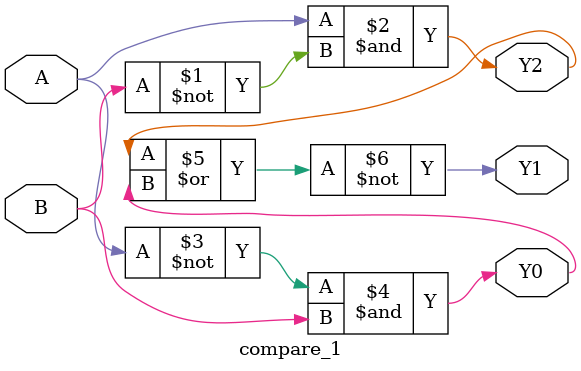
<source format=v>
`timescale 1ns/1ns

module comparator_4(
	input	   [3:0]        A   	,
	input	   [3:0]		B   	,
 
 	output	 wire		 Y2    , //A>B
	output   wire        Y1    , //A=B
    output   wire        Y0      //A<B
);
wire [3:0] w_y2;
wire [3:0] w_y1;
wire [3:0] w_y0;

genvar i;
generate
	for(i=0;i<4;i=i+1) begin: All_compare
		compare_1 compare_1(
			.A(A[i]),
			.B(B[i]),
			.Y2(w_y2[i]),
			.Y1(w_y1[i]),
			.Y0(w_y0[i])
		);
	end
endgenerate

assign Y2 = w_y2[3]
			|((w_y1[3]) & (w_y2[2]))
			|((w_y1[3]) & (w_y1[2]) & (w_y2[1]))
			|((w_y1[3]) & (w_y1[2]) & (w_y1[1]) & (w_y2[0]));
assign Y1 =  ((w_y1[3]) & (w_y1[2]) & (w_y1[1]) & (w_y1[0]));
assign Y0 = w_y0[3]
			|((w_y1[3]) & (w_y0[2]))
			|((w_y1[3]) & (w_y1[2]) & (w_y0[1]))
			|((w_y1[3]) & (w_y1[2]) & (w_y1[1]) & (w_y0[0]));


endmodule

module compare_1 (
	input	  A   	,
	input	  B   	,

 	output	 wire		 Y2    , //A>B
	output   wire        Y1    , //A=B
    output   wire        Y0      //A<B
);

assign Y2 = A & (~B);
assign Y0 = (~A) & B;
assign Y1 = ~(Y2 | Y0);

endmodule 

// `timescale 1ns / 1ns

// module comparator_4 (
//     input [3:0] A,
//     input [3:0] B,

//     output wire Y2,  //A>B
//     output wire Y1,  //A=B
//     output wire Y0   //A<B
// );

// reg Y2_tmp;
// reg Y1_tmp;
// reg Y0_tmp;

// integer i;
// always @(*) begin
//     for(i=0;i<4;i=i+1)begin
//         if(A[3-i] > B[3-i])begin
//             Y2_tmp = 1;
//             Y1_tmp = 0;
//             Y0_tmp = 0;
//             i = 3;
//         end
//         else if(A[3-i] < B[3-i])begin
//             Y2_tmp = 0;
//             Y1_tmp = 0;
//             Y0_tmp = 1;
//             i = 3;
//         end
//         else if(A[0] == B[0]) begin
//             Y2_tmp = 0;
//             Y1_tmp = 1;
//             Y0_tmp = 0;
//         end
//     end
// end
// assign Y2 = Y2_tmp;
// assign Y1 = Y1_tmp;
// assign Y0 = Y0_tmp;

// endmodule

</source>
